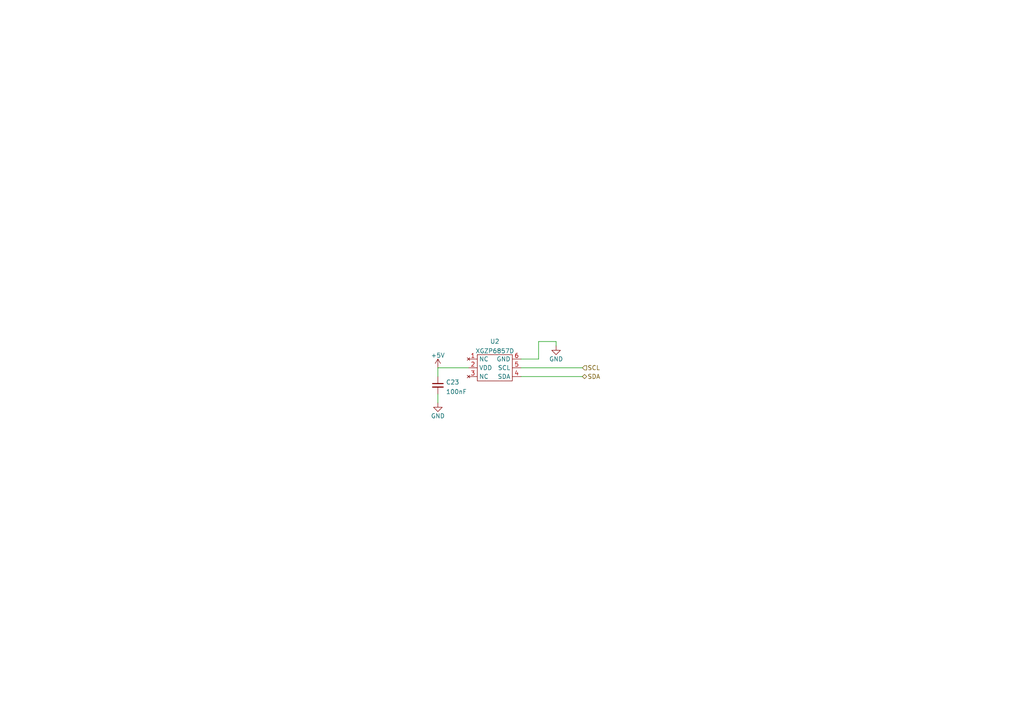
<source format=kicad_sch>
(kicad_sch (version 20211123) (generator eeschema)
  (paper "A4")
  (title_block (date "2022-03-29"))
  (lib_symbols
    (symbol "Device:C_Small" (pin_numbers hide) (pin_names (offset 0.254) hide)
      (property "Reference" "C" (at 0.254 1.778 0))
      (property "Value" "C_Small" (at 0.254 -2.032 0))
      (symbol "C_Small_0_1"
        (polyline (pts (xy -1.524 -0.508) (xy 1.524 -0.508)) (stroke (width 0.3302)))
        (polyline (pts (xy -1.524 0.508) (xy 1.524 0.508)) (stroke (width 0.3048)))
      )
      (symbol "C_Small_1_1"
        (pin passive line (at 0 2.54 270) (length 2.032) (name "~") (number "1"))
        (pin passive line (at 0 -2.54 90) (length 2.032) (name "~") (number "2"))
      )
    )
    (symbol "index:XGZP6857D"
      (property "Reference" "U" (at 0 5.08 0))
      (property "Value" "XGZP6857D" (at 0 -5.08 0))
      (symbol "XGZP6857D_0_1"
        (rectangle (start -5.08 -3.81) (end 5.08 3.81))
      )
      (symbol "XGZP6857D_1_1"
        (pin no_connect line (at -7.62 2.54 0) (length 2.54) (name "NC") (number "1"))
        (pin power_in line (at -7.62 0 0) (length 2.54) (name "VDD") (number "2"))
        (pin no_connect line (at -7.62 -2.54 0) (length 2.54) (name "NC") (number "3"))
        (pin bidirectional line (at 7.62 -2.54 180) (length 2.54) (name "SDA") (number "4"))
        (pin bidirectional line (at 7.62 0 180) (length 2.54) (name "SCL") (number "5"))
        (pin power_in line (at 7.62 2.54 180) (length 2.54) (name "GND") (number "6"))
      )
    )
    (symbol "power:+5V" (power) (pin_names (offset 0))
      (property "Value" "+5V" (at 0 3.556 0))
      (symbol "+5V_0_1"
        (polyline (pts (xy -0.762 1.27) (xy 0 2.54)))
        (polyline (pts (xy 0 0) (xy 0 2.54)))
        (polyline (pts (xy 0 2.54) (xy 0.762 1.27)))
      )
      (symbol "+5V_1_1"
        (pin power_in line (at 0 0 90) (length 0) hide (name "+5V") (number "1"))
      )
    )
    (symbol "power:GND" (power) (pin_names (offset 0))
      (property "Value" "GND" (at 0 -3.81 0))
      (symbol "GND_0_1"
        (polyline (pts (xy 0 0) (xy 0 -1.27) (xy 1.27 -1.27) (xy 0 -2.54) (xy -1.27 -1.27) (xy 0 -1.27)))
      )
      (symbol "GND_1_1"
        (pin power_in line (at 0 0 270) (length 0) hide (name "GND") (number "1"))
      )
    )
  )
  (wire (pts (xy 127 114.3) (xy 127 116.84)))
  (wire (pts (xy 161.29 99.06) (xy 161.29 100.33)))
  (wire (pts (xy 127 109.22) (xy 127 106.68)))
  (wire (pts (xy 156.21 104.14) (xy 156.21 99.06)))
  (wire (pts (xy 127 106.68) (xy 135.89 106.68)))
  (wire (pts (xy 151.13 109.22) (xy 168.91 109.22)))
  (wire (pts (xy 151.13 104.14) (xy 156.21 104.14)))
  (wire (pts (xy 151.13 106.68) (xy 168.91 106.68)))
  (wire (pts (xy 156.21 99.06) (xy 161.29 99.06)))
  (hierarchical_label "SDA" (shape bidirectional) (at 168.91 109.22 0))
  (hierarchical_label "SCL" (shape input) (at 168.91 106.68 0))
  (symbol (lib_id "power:+5V") (at 127 106.68 0)
    (property "Reference" "#PWR0109" (effects hide))
    (property "Value" "+5V" (at 127 103.0755 0))
  )
  (symbol (lib_id "index:XGZP6857D") (at 143.51 106.68 0)
    (property "Reference" "U2" (at 143.51 99.0305 0))
    (property "Value" "XGZP6857D" (at 143.51 101.8056 0))
    (property "Footprint" "index:XGZP6857D" (effects hide))
    (property "Datasheet" "https://www.cfsensor.com/static/upload/file/20220412/XGZP6857D%20Pressure%20Sensor%20Module%20V2.4.pdf" (effects hide))
  )
  (symbol (lib_id "power:GND") (at 161.29 100.33 0)
    (property "Reference" "#PWR0103" (effects hide))
    (property "Value" "GND" (at 161.29 104.14 0))
  )
  (symbol (lib_id "power:GND") (at 127 116.84 0)
    (property "Reference" "#PWR0105" (effects hide))
    (property "Value" "GND" (at 127 120.65 0))
  )
  (symbol (lib_id "Device:C_Small") (at 127 111.76 0)
    (property "Reference" "C23" (at 129.3241 110.8578 0) (effects (justify left)))
    (property "Value" "100nF" (at 129.3241 113.6329 0) (effects (justify left)))
    (property "Footprint" "Capacitor_SMD:C_0805_2012Metric" (effects hide))
  )
)
</source>
